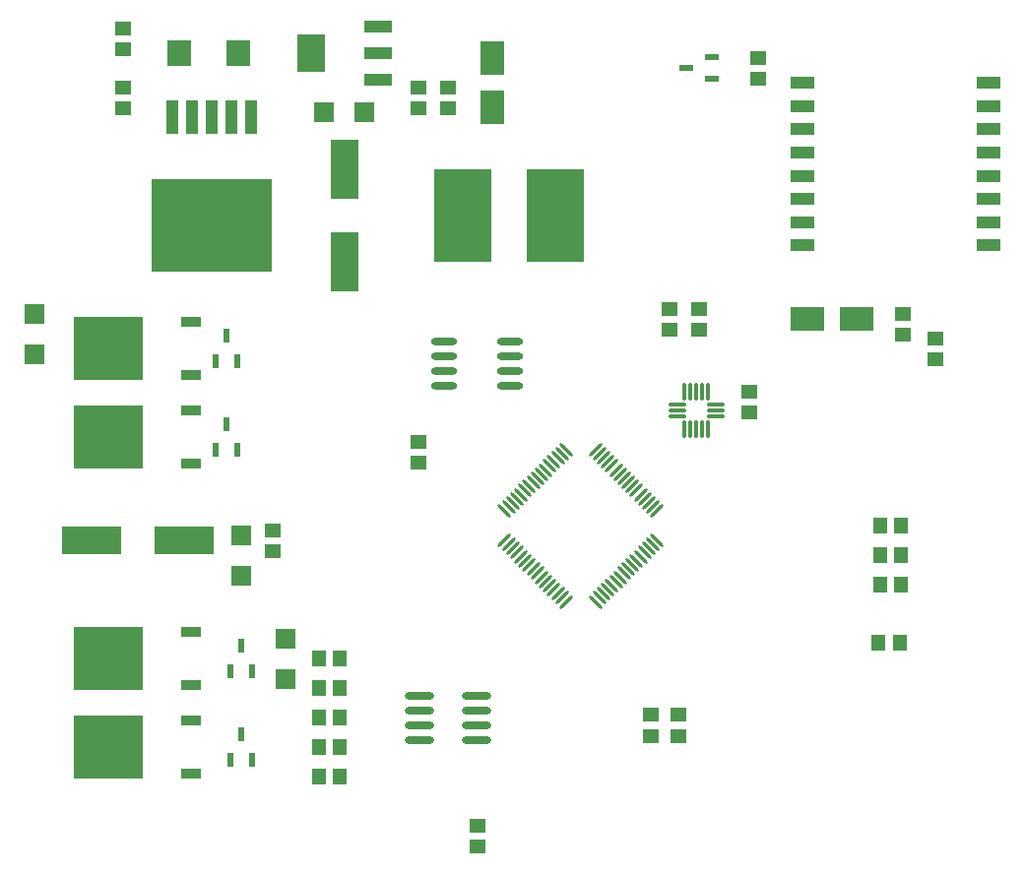
<source format=gtp>
%FSLAX25Y25*%
%MOIN*%
G70*
G01*
G75*
G04 Layer_Color=8421504*
%ADD10R,0.07874X0.03937*%
%ADD11R,0.04724X0.05512*%
G04:AMPARAMS|DCode=12|XSize=9.84mil|YSize=61.02mil|CornerRadius=0mil|HoleSize=0mil|Usage=FLASHONLY|Rotation=225.000|XOffset=0mil|YOffset=0mil|HoleType=Round|Shape=Round|*
%AMOVALD12*
21,1,0.05118,0.00984,0.00000,0.00000,315.0*
1,1,0.00984,-0.01810,0.01810*
1,1,0.00984,0.01810,-0.01810*
%
%ADD12OVALD12*%

G04:AMPARAMS|DCode=13|XSize=9.84mil|YSize=61.02mil|CornerRadius=0mil|HoleSize=0mil|Usage=FLASHONLY|Rotation=135.000|XOffset=0mil|YOffset=0mil|HoleType=Round|Shape=Round|*
%AMOVALD13*
21,1,0.05118,0.00984,0.00000,0.00000,225.0*
1,1,0.00984,0.01810,0.01810*
1,1,0.00984,-0.01810,-0.01810*
%
%ADD13OVALD13*%

%ADD14R,0.09449X0.03937*%
%ADD15R,0.09449X0.12992*%
%ADD16R,0.07087X0.03543*%
%ADD17R,0.23228X0.21654*%
%ADD18R,0.06693X0.06693*%
%ADD19R,0.20276X0.09252*%
%ADD20R,0.07992X0.08976*%
G04:AMPARAMS|DCode=21|XSize=11.81mil|YSize=59.06mil|CornerRadius=2.95mil|HoleSize=0mil|Usage=FLASHONLY|Rotation=0.000|XOffset=0mil|YOffset=0mil|HoleType=Round|Shape=RoundedRectangle|*
%AMROUNDEDRECTD21*
21,1,0.01181,0.05315,0,0,0.0*
21,1,0.00591,0.05906,0,0,0.0*
1,1,0.00591,0.00295,-0.02658*
1,1,0.00591,-0.00295,-0.02658*
1,1,0.00591,-0.00295,0.02658*
1,1,0.00591,0.00295,0.02658*
%
%ADD21ROUNDEDRECTD21*%
G04:AMPARAMS|DCode=22|XSize=11.81mil|YSize=59.06mil|CornerRadius=2.95mil|HoleSize=0mil|Usage=FLASHONLY|Rotation=90.000|XOffset=0mil|YOffset=0mil|HoleType=Round|Shape=RoundedRectangle|*
%AMROUNDEDRECTD22*
21,1,0.01181,0.05315,0,0,90.0*
21,1,0.00591,0.05906,0,0,90.0*
1,1,0.00591,0.02658,0.00295*
1,1,0.00591,0.02658,-0.00295*
1,1,0.00591,-0.02658,-0.00295*
1,1,0.00591,-0.02658,0.00295*
%
%ADD22ROUNDEDRECTD22*%
%ADD23R,0.03937X0.11417*%
%ADD24R,0.40945X0.31496*%
%ADD25R,0.05512X0.04724*%
%ADD26O,0.09843X0.02756*%
%ADD27O,0.08858X0.02362*%
%ADD28R,0.02362X0.04528*%
%ADD29R,0.08465X0.11221*%
%ADD30R,0.04528X0.02362*%
%ADD31R,0.06693X0.06693*%
%ADD32R,0.09252X0.20276*%
%ADD33R,0.11221X0.08465*%
%ADD34R,0.19685X0.31496*%
%ADD35C,0.02000*%
%ADD36C,0.02500*%
%ADD37C,0.01000*%
%ADD38C,0.01500*%
%ADD39C,0.10000*%
%ADD40C,0.05000*%
%ADD41C,0.06299*%
%ADD42C,0.05906*%
%ADD43C,0.06000*%
%ADD44C,0.10000*%
%ADD45C,0.06693*%
%ADD46C,0.09000*%
%ADD47C,0.11000*%
%ADD48C,0.15748*%
%ADD49C,0.11811*%
%ADD50R,0.05906X0.05906*%
%ADD51C,0.07874*%
%ADD52R,0.05906X0.05906*%
%ADD53O,0.07874X0.03937*%
%ADD54O,0.07874X0.03937*%
%ADD55R,0.07874X0.07874*%
%ADD56R,0.07284X0.07284*%
%ADD57C,0.07284*%
%ADD58C,0.00100*%
%ADD59C,0.05000*%
%ADD60C,0.01800*%
%ADD61C,0.02000*%
%ADD62C,0.08000*%
%ADD63C,0.03800*%
%ADD64C,0.03500*%
%ADD65C,0.04000*%
%ADD66C,0.12000*%
%ADD67C,0.00500*%
%ADD68C,0.00984*%
%ADD69C,0.02362*%
%ADD70C,0.00787*%
%ADD71C,0.00800*%
D10*
X305000Y320000D02*
D03*
Y312126D02*
D03*
Y304252D02*
D03*
Y296378D02*
D03*
Y288504D02*
D03*
Y280630D02*
D03*
Y272756D02*
D03*
Y264882D02*
D03*
X367992D02*
D03*
Y272756D02*
D03*
Y280630D02*
D03*
Y288504D02*
D03*
Y296378D02*
D03*
Y304252D02*
D03*
Y312126D02*
D03*
Y320000D02*
D03*
D11*
X338543Y170000D02*
D03*
X331457D02*
D03*
X338543Y160000D02*
D03*
X331457D02*
D03*
X337943Y130400D02*
D03*
X330857D02*
D03*
X338543Y150000D02*
D03*
X331457D02*
D03*
X141457Y85000D02*
D03*
X148543D02*
D03*
X148543Y95000D02*
D03*
X141457D02*
D03*
X148543Y105000D02*
D03*
X141457D02*
D03*
X141457Y115000D02*
D03*
X148543D02*
D03*
X148543Y125000D02*
D03*
X141457D02*
D03*
D12*
X234941Y144179D02*
D03*
X236333Y145571D02*
D03*
X237725Y146963D02*
D03*
X239117Y148355D02*
D03*
X240509Y149747D02*
D03*
X241901Y151139D02*
D03*
X243293Y152531D02*
D03*
X244685Y153923D02*
D03*
X246077Y155315D02*
D03*
X247469Y156707D02*
D03*
X248861Y158099D02*
D03*
X250253Y159491D02*
D03*
X251645Y160883D02*
D03*
X253037Y162275D02*
D03*
X254429Y163667D02*
D03*
X255820Y165059D02*
D03*
X225059Y195820D02*
D03*
X223667Y194429D02*
D03*
X222275Y193037D02*
D03*
X220883Y191645D02*
D03*
X219491Y190253D02*
D03*
X218099Y188861D02*
D03*
X216707Y187469D02*
D03*
X215315Y186077D02*
D03*
X213923Y184685D02*
D03*
X212531Y183293D02*
D03*
X211139Y181901D02*
D03*
X209747Y180509D02*
D03*
X208355Y179117D02*
D03*
X206963Y177725D02*
D03*
X205571Y176333D02*
D03*
X204180Y174941D02*
D03*
D13*
X255820D02*
D03*
X254429Y176333D02*
D03*
X253037Y177725D02*
D03*
X251645Y179117D02*
D03*
X250253Y180509D02*
D03*
X248861Y181901D02*
D03*
X247469Y183293D02*
D03*
X246077Y184685D02*
D03*
X244685Y186077D02*
D03*
X243293Y187469D02*
D03*
X241901Y188861D02*
D03*
X240509Y190253D02*
D03*
X239117Y191645D02*
D03*
X237725Y193037D02*
D03*
X236333Y194429D02*
D03*
X234941Y195820D02*
D03*
X204180Y165059D02*
D03*
X205571Y163667D02*
D03*
X206963Y162275D02*
D03*
X208355Y160883D02*
D03*
X209747Y159491D02*
D03*
X211139Y158099D02*
D03*
X212531Y156707D02*
D03*
X213923Y155315D02*
D03*
X215315Y153923D02*
D03*
X216707Y152531D02*
D03*
X218099Y151139D02*
D03*
X219491Y149747D02*
D03*
X220883Y148355D02*
D03*
X222275Y146963D02*
D03*
X223667Y145571D02*
D03*
X225059Y144179D02*
D03*
D14*
X161417Y320945D02*
D03*
Y330000D02*
D03*
Y339055D02*
D03*
D15*
X138583Y330000D02*
D03*
D16*
X97913Y86024D02*
D03*
Y103976D02*
D03*
Y116024D02*
D03*
Y133976D02*
D03*
Y221024D02*
D03*
Y238976D02*
D03*
Y191024D02*
D03*
Y208976D02*
D03*
D17*
X69961Y95000D02*
D03*
Y125000D02*
D03*
Y230000D02*
D03*
Y200000D02*
D03*
D18*
X45000Y241850D02*
D03*
Y228150D02*
D03*
X130000Y131850D02*
D03*
Y118150D02*
D03*
X115000Y153150D02*
D03*
Y166850D02*
D03*
D19*
X64252Y165000D02*
D03*
X95748D02*
D03*
D20*
X114094Y329921D02*
D03*
X94095D02*
D03*
D21*
X265158Y202795D02*
D03*
X273031D02*
D03*
X271063D02*
D03*
X269094D02*
D03*
X267126D02*
D03*
X273031Y215394D02*
D03*
X271063D02*
D03*
X269094D02*
D03*
X265158D02*
D03*
X267126D02*
D03*
D22*
X275787Y207126D02*
D03*
Y211063D02*
D03*
Y209095D02*
D03*
X262795Y207126D02*
D03*
Y209095D02*
D03*
Y211063D02*
D03*
D23*
X118386Y308425D02*
D03*
X111693D02*
D03*
X105000D02*
D03*
X98307D02*
D03*
X91614D02*
D03*
D24*
X105000Y271614D02*
D03*
D25*
X263200Y105943D02*
D03*
Y98857D02*
D03*
X253600Y105943D02*
D03*
Y98857D02*
D03*
X350000Y226457D02*
D03*
Y233543D02*
D03*
X195000Y68543D02*
D03*
Y61457D02*
D03*
X338976Y241732D02*
D03*
Y234646D02*
D03*
X175000Y191457D02*
D03*
Y198543D02*
D03*
X287008Y208268D02*
D03*
Y215354D02*
D03*
X185000Y318543D02*
D03*
Y311457D02*
D03*
X260000Y236457D02*
D03*
Y243543D02*
D03*
X270000Y236457D02*
D03*
Y243543D02*
D03*
X290000Y328543D02*
D03*
Y321457D02*
D03*
X75000Y318543D02*
D03*
Y311457D02*
D03*
X175000Y311457D02*
D03*
Y318543D02*
D03*
X75000Y331457D02*
D03*
Y338543D02*
D03*
X125591Y161417D02*
D03*
Y168504D02*
D03*
D26*
X175354Y112500D02*
D03*
Y107500D02*
D03*
Y102500D02*
D03*
Y97500D02*
D03*
X194646Y112500D02*
D03*
Y107500D02*
D03*
Y102500D02*
D03*
Y97500D02*
D03*
D27*
X183780Y232500D02*
D03*
Y227500D02*
D03*
Y222500D02*
D03*
Y217500D02*
D03*
X206221Y232500D02*
D03*
Y227500D02*
D03*
Y222500D02*
D03*
Y217500D02*
D03*
D28*
X111260Y120571D02*
D03*
X118740D02*
D03*
X115000Y129429D02*
D03*
X106260Y225571D02*
D03*
X113740D02*
D03*
X110000Y234429D02*
D03*
X111260Y90571D02*
D03*
X118740D02*
D03*
X115000Y99429D02*
D03*
X106260Y195571D02*
D03*
X113740D02*
D03*
X110000Y204429D02*
D03*
D29*
X200000Y311732D02*
D03*
Y328268D02*
D03*
D30*
X274429Y321260D02*
D03*
Y328740D02*
D03*
X265571Y325000D02*
D03*
D31*
X143150Y310000D02*
D03*
X156850D02*
D03*
D32*
X150000Y259252D02*
D03*
Y290748D02*
D03*
D33*
X306732Y240000D02*
D03*
X323268D02*
D03*
D34*
X190000Y275000D02*
D03*
X221496D02*
D03*
M02*

</source>
